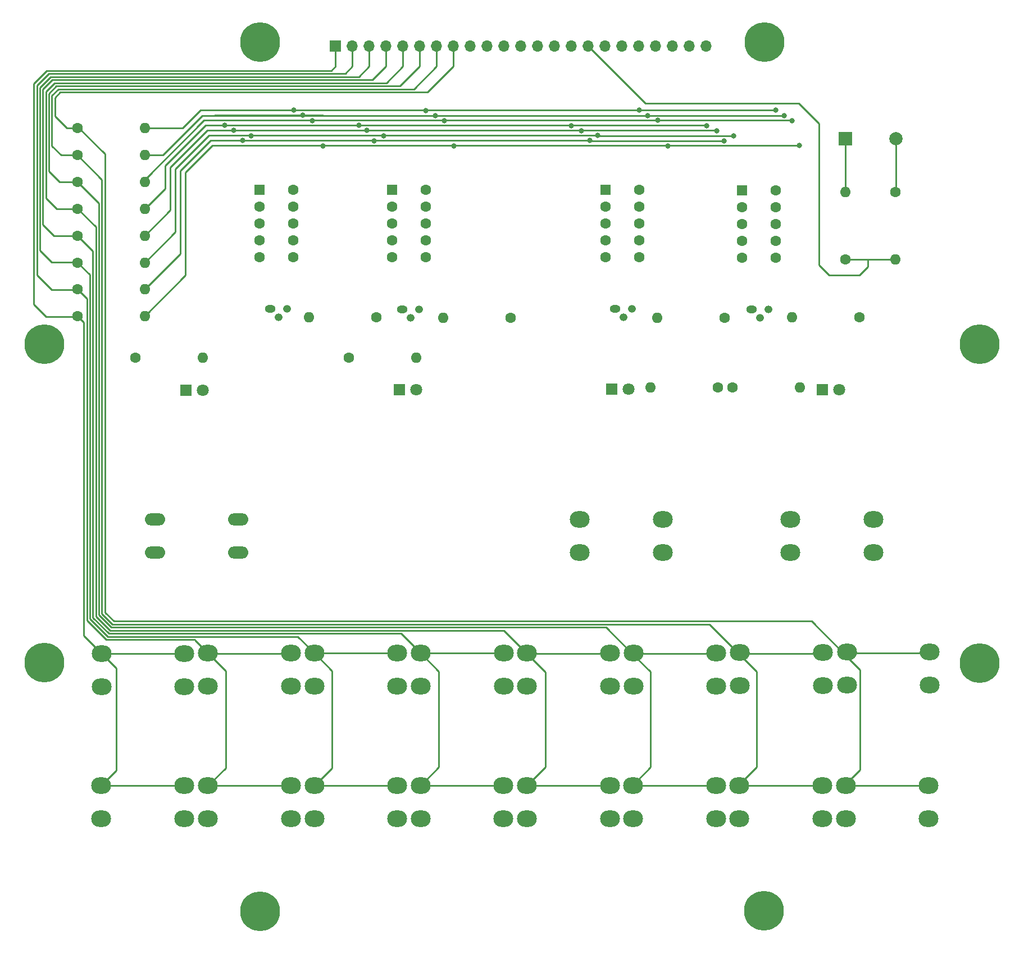
<source format=gtl>
%TF.GenerationSoftware,KiCad,Pcbnew,8.0.4*%
%TF.CreationDate,2024-08-02T14:16:06-07:00*%
%TF.ProjectId,CHESSmate PCB,43484553-536d-4617-9465-205043422e6b,rev?*%
%TF.SameCoordinates,Original*%
%TF.FileFunction,Copper,L1,Top*%
%TF.FilePolarity,Positive*%
%FSLAX46Y46*%
G04 Gerber Fmt 4.6, Leading zero omitted, Abs format (unit mm)*
G04 Created by KiCad (PCBNEW 8.0.4) date 2024-08-02 14:16:06*
%MOMM*%
%LPD*%
G01*
G04 APERTURE LIST*
%TA.AperFunction,ComponentPad*%
%ADD10R,1.600000X1.600000*%
%TD*%
%TA.AperFunction,ComponentPad*%
%ADD11C,1.600000*%
%TD*%
%TA.AperFunction,ComponentPad*%
%ADD12O,1.600000X1.200000*%
%TD*%
%TA.AperFunction,ComponentPad*%
%ADD13O,1.200000X1.200000*%
%TD*%
%TA.AperFunction,ComponentPad*%
%ADD14O,1.600000X1.600000*%
%TD*%
%TA.AperFunction,ComponentPad*%
%ADD15O,3.000000X2.500000*%
%TD*%
%TA.AperFunction,ComponentPad*%
%ADD16R,1.800000X1.800000*%
%TD*%
%TA.AperFunction,ComponentPad*%
%ADD17C,1.800000*%
%TD*%
%TA.AperFunction,ComponentPad*%
%ADD18O,1.700000X1.700000*%
%TD*%
%TA.AperFunction,ComponentPad*%
%ADD19R,1.700000X1.700000*%
%TD*%
%TA.AperFunction,ComponentPad*%
%ADD20O,3.048000X1.850000*%
%TD*%
%TA.AperFunction,ComponentPad*%
%ADD21R,2.000000X2.000000*%
%TD*%
%TA.AperFunction,ComponentPad*%
%ADD22C,2.000000*%
%TD*%
%TA.AperFunction,ViaPad*%
%ADD23C,6.000000*%
%TD*%
%TA.AperFunction,ViaPad*%
%ADD24C,0.800000*%
%TD*%
%TA.AperFunction,Conductor*%
%ADD25C,0.250000*%
%TD*%
G04 APERTURE END LIST*
D10*
%TO.P,U1,1,CA*%
%TO.N,Net-(Q1-C)*%
X78220000Y-51340000D03*
D11*
%TO.P,U1,2,F*%
%TO.N,Net-(U1-F)*%
X78220000Y-53880000D03*
%TO.P,U1,3,G*%
%TO.N,Net-(U1-G)*%
X78220000Y-56420000D03*
%TO.P,U1,4,E*%
%TO.N,Net-(U1-E)*%
X78220000Y-58960000D03*
%TO.P,U1,5,D*%
%TO.N,Net-(U1-D)*%
X78220000Y-61500000D03*
%TO.P,U1,6,CA*%
%TO.N,Net-(Q1-C)*%
X83300000Y-61500000D03*
%TO.P,U1,7,DP*%
%TO.N,Net-(U1-DP)*%
X83300000Y-58960000D03*
%TO.P,U1,8,C*%
%TO.N,Net-(U1-C)*%
X83300000Y-56420000D03*
%TO.P,U1,9,B*%
%TO.N,Net-(U1-B)*%
X83300000Y-53880000D03*
%TO.P,U1,10,A*%
%TO.N,Net-(U1-A)*%
X83300000Y-51340000D03*
%TD*%
D12*
%TO.P,Q4,1,E*%
%TO.N,GNDREF*%
X152404724Y-69364724D03*
D13*
%TO.P,Q4,2,B*%
%TO.N,Net-(Q4-B)*%
X153674724Y-70634724D03*
%TO.P,Q4,3,C*%
%TO.N,Net-(Q4-C)*%
X154944724Y-69364724D03*
%TD*%
D12*
%TO.P,Q3,1,E*%
%TO.N,GNDREF*%
X131820000Y-69340000D03*
D13*
%TO.P,Q3,2,B*%
%TO.N,Net-(Q3-B)*%
X133090000Y-70610000D03*
%TO.P,Q3,3,C*%
%TO.N,Net-(Q3-C)*%
X134360000Y-69340000D03*
%TD*%
D12*
%TO.P,Q2,1,E*%
%TO.N,GNDREF*%
X99730000Y-69360000D03*
D13*
%TO.P,Q2,2,B*%
%TO.N,Net-(Q2-B)*%
X101000000Y-70630000D03*
%TO.P,Q2,3,C*%
%TO.N,Net-(Q2-C)*%
X102270000Y-69360000D03*
%TD*%
D12*
%TO.P,Q1,1,E*%
%TO.N,GNDREF*%
X79804724Y-69284724D03*
D13*
%TO.P,Q1,2,B*%
%TO.N,Net-(Q1-B)*%
X81074724Y-70554724D03*
%TO.P,Q1,3,C*%
%TO.N,Net-(Q1-C)*%
X82344724Y-69284724D03*
%TD*%
D11*
%TO.P,R1,1*%
%TO.N,Net-(J1-Pin_13)*%
X59480000Y-76690000D03*
D14*
%TO.P,R1,2*%
%TO.N,Net-(D1-A)*%
X69640000Y-76690000D03*
%TD*%
D11*
%TO.P,R13,1*%
%TO.N,Net-(J1-Pin_17)*%
X95850000Y-70560000D03*
D14*
%TO.P,R13,2*%
%TO.N,Net-(Q1-B)*%
X85690000Y-70560000D03*
%TD*%
D10*
%TO.P,U2,1,CA*%
%TO.N,Net-(Q2-C)*%
X98210000Y-51350000D03*
D11*
%TO.P,U2,2,F*%
%TO.N,Net-(U1-F)*%
X98210000Y-53890000D03*
%TO.P,U2,3,G*%
%TO.N,Net-(U1-G)*%
X98210000Y-56430000D03*
%TO.P,U2,4,E*%
%TO.N,Net-(U1-E)*%
X98210000Y-58970000D03*
%TO.P,U2,5,D*%
%TO.N,Net-(U1-D)*%
X98210000Y-61510000D03*
%TO.P,U2,6,CA*%
%TO.N,Net-(Q2-C)*%
X103290000Y-61510000D03*
%TO.P,U2,7,DP*%
%TO.N,Net-(U1-DP)*%
X103290000Y-58970000D03*
%TO.P,U2,8,C*%
%TO.N,Net-(U1-C)*%
X103290000Y-56430000D03*
%TO.P,U2,9,B*%
%TO.N,Net-(U1-B)*%
X103290000Y-53890000D03*
%TO.P,U2,10,A*%
%TO.N,Net-(U1-A)*%
X103290000Y-51350000D03*
%TD*%
%TO.P,R4,1*%
%TO.N,Net-(J1-Pin_23)*%
X149480000Y-81170000D03*
D14*
%TO.P,R4,2*%
%TO.N,Net-(D4-A)*%
X159640000Y-81170000D03*
%TD*%
D11*
%TO.P,R11,1*%
%TO.N,Net-(J1-Pin_2)*%
X50780000Y-66370000D03*
D14*
%TO.P,R11,2*%
%TO.N,Net-(U1-G)*%
X60940000Y-66370000D03*
%TD*%
D15*
%TO.P,SW8,1*%
%TO.N,Net-(J1-Pin_8)*%
X166740000Y-121060000D03*
X179240000Y-121060000D03*
%TO.P,SW8,2*%
%TO.N,GNDREF*%
X166740000Y-126060000D03*
X179240000Y-126060000D03*
%TD*%
D11*
%TO.P,R18,1*%
%TO.N,Net-(BZ1-+)*%
X174060000Y-51720000D03*
D14*
%TO.P,R18,2*%
%TO.N,Net-(J1-Pin_16)*%
X174060000Y-61880000D03*
%TD*%
D16*
%TO.P,D3,1,K*%
%TO.N,GNDREF*%
X131260000Y-81440000D03*
D17*
%TO.P,D3,2,A*%
%TO.N,Net-(D3-A)*%
X133800000Y-81440000D03*
%TD*%
D11*
%TO.P,R5,1*%
%TO.N,Net-(J1-Pin_8)*%
X50780000Y-42070000D03*
D14*
%TO.P,R5,2*%
%TO.N,Net-(U1-A)*%
X60940000Y-42070000D03*
%TD*%
D11*
%TO.P,R10,1*%
%TO.N,Net-(J1-Pin_3)*%
X50780000Y-62320000D03*
D14*
%TO.P,R10,2*%
%TO.N,Net-(U1-F)*%
X60940000Y-62320000D03*
%TD*%
D11*
%TO.P,R12,1*%
%TO.N,Net-(J1-Pin_1)*%
X50780000Y-70420000D03*
D14*
%TO.P,R12,2*%
%TO.N,Net-(U1-DP)*%
X60940000Y-70420000D03*
%TD*%
D11*
%TO.P,R9,1*%
%TO.N,Net-(J1-Pin_4)*%
X50780000Y-58270000D03*
D14*
%TO.P,R9,2*%
%TO.N,Net-(U1-E)*%
X60940000Y-58270000D03*
%TD*%
D15*
%TO.P,SW3,1*%
%TO.N,Net-(J1-Pin_3)*%
X86480000Y-121240000D03*
X98980000Y-121240000D03*
%TO.P,SW3,2*%
%TO.N,GNDREF*%
X86480000Y-126240000D03*
X98980000Y-126240000D03*
%TD*%
D11*
%TO.P,R3,1*%
%TO.N,Net-(J1-Pin_15)*%
X147290000Y-81160000D03*
D14*
%TO.P,R3,2*%
%TO.N,Net-(D3-A)*%
X137130000Y-81160000D03*
%TD*%
D11*
%TO.P,R2,1*%
%TO.N,Net-(J1-Pin_14)*%
X91630000Y-76670000D03*
D14*
%TO.P,R2,2*%
%TO.N,Net-(D2-A)*%
X101790000Y-76670000D03*
%TD*%
D15*
%TO.P,SW2,1*%
%TO.N,Net-(J1-Pin_2)*%
X70440000Y-121240000D03*
X82940000Y-121240000D03*
%TO.P,SW2,2*%
%TO.N,GNDREF*%
X70440000Y-126240000D03*
X82940000Y-126240000D03*
%TD*%
D16*
%TO.P,D2,1,K*%
%TO.N,GNDREF*%
X99290000Y-81500000D03*
D17*
%TO.P,D2,2,A*%
%TO.N,Net-(D2-A)*%
X101830000Y-81500000D03*
%TD*%
D18*
%TO.P,J1,23,Pin_23*%
%TO.N,Net-(J1-Pin_23)*%
X145542000Y-29718000D03*
%TO.P,J1,22,Pin_22*%
%TO.N,Net-(BZ1-+)*%
X143002000Y-29718000D03*
%TO.P,J1,21,Pin_21*%
%TO.N,Net-(BZ1--)*%
X140462000Y-29718000D03*
%TO.P,J1,20,Pin_20*%
%TO.N,Net-(J1-Pin_20)*%
X137922000Y-29718000D03*
%TO.P,J1,19,Pin_19*%
%TO.N,Net-(J1-Pin_19)*%
X135382000Y-29718000D03*
%TO.P,J1,18,Pin_18*%
%TO.N,Net-(J1-Pin_18)*%
X132842000Y-29718000D03*
%TO.P,J1,17,Pin_17*%
%TO.N,Net-(J1-Pin_17)*%
X130302000Y-29718000D03*
%TO.P,J1,16,Pin_16*%
%TO.N,Net-(J1-Pin_16)*%
X127762000Y-29718000D03*
%TO.P,J1,15,Pin_15*%
%TO.N,Net-(J1-Pin_15)*%
X125222000Y-29718000D03*
%TO.P,J1,14,Pin_14*%
%TO.N,Net-(J1-Pin_14)*%
X122682000Y-29718000D03*
%TO.P,J1,13,Pin_13*%
%TO.N,Net-(J1-Pin_13)*%
X120142000Y-29718000D03*
%TO.P,J1,12,Pin_12*%
%TO.N,GNDREF*%
X117602000Y-29718000D03*
%TO.P,J1,11,Pin_11*%
%TO.N,Net-(J1-Pin_11)*%
X115062000Y-29718000D03*
%TO.P,J1,10,Pin_10*%
%TO.N,Net-(J1-Pin_10)*%
X112522000Y-29718000D03*
%TO.P,J1,9,Pin_9*%
%TO.N,Net-(J1-Pin_9)*%
X109982000Y-29718000D03*
%TO.P,J1,8,Pin_8*%
%TO.N,Net-(J1-Pin_8)*%
X107442000Y-29718000D03*
%TO.P,J1,7,Pin_7*%
%TO.N,Net-(J1-Pin_7)*%
X104902000Y-29718000D03*
%TO.P,J1,6,Pin_6*%
%TO.N,Net-(J1-Pin_6)*%
X102362000Y-29718000D03*
%TO.P,J1,5,Pin_5*%
%TO.N,Net-(J1-Pin_5)*%
X99822000Y-29718000D03*
%TO.P,J1,4,Pin_4*%
%TO.N,Net-(J1-Pin_4)*%
X97282000Y-29718000D03*
%TO.P,J1,3,Pin_3*%
%TO.N,Net-(J1-Pin_3)*%
X94742000Y-29718000D03*
%TO.P,J1,2,Pin_2*%
%TO.N,Net-(J1-Pin_2)*%
X92202000Y-29718000D03*
D19*
%TO.P,J1,1,Pin_1*%
%TO.N,Net-(J1-Pin_1)*%
X89662000Y-29718000D03*
%TD*%
D11*
%TO.P,R15,1*%
%TO.N,Net-(J1-Pin_19)*%
X148310000Y-70630000D03*
D14*
%TO.P,R15,2*%
%TO.N,Net-(Q3-B)*%
X138150000Y-70630000D03*
%TD*%
D15*
%TO.P,SW18,1*%
%TO.N,Net-(J1-Pin_10)*%
X126470000Y-101080000D03*
X138970000Y-101080000D03*
%TO.P,SW18,2*%
%TO.N,GNDREF*%
X126470000Y-106080000D03*
X138970000Y-106080000D03*
%TD*%
D20*
%TO.P,SW17,1*%
%TO.N,Net-(J1-Pin_11)*%
X62470000Y-101070000D03*
X74970000Y-101070000D03*
%TO.P,SW17,2*%
%TO.N,GNDREF*%
X62470000Y-106070000D03*
X74970000Y-106070000D03*
%TD*%
D15*
%TO.P,SW19,1*%
%TO.N,Net-(J1-Pin_9)*%
X158220000Y-101060000D03*
X170720000Y-101060000D03*
%TO.P,SW19,2*%
%TO.N,GNDREF*%
X158220000Y-106060000D03*
X170720000Y-106060000D03*
%TD*%
D16*
%TO.P,D1,1,K*%
%TO.N,GNDREF*%
X67100000Y-81540000D03*
D17*
%TO.P,D1,2,A*%
%TO.N,Net-(D1-A)*%
X69640000Y-81540000D03*
%TD*%
D11*
%TO.P,R14,1*%
%TO.N,Net-(J1-Pin_18)*%
X116060000Y-70640000D03*
D14*
%TO.P,R14,2*%
%TO.N,Net-(Q2-B)*%
X105900000Y-70640000D03*
%TD*%
D11*
%TO.P,R8,1*%
%TO.N,Net-(J1-Pin_5)*%
X50780000Y-54220000D03*
D14*
%TO.P,R8,2*%
%TO.N,Net-(U1-D)*%
X60940000Y-54220000D03*
%TD*%
D15*
%TO.P,SW6,1*%
%TO.N,Net-(J1-Pin_6)*%
X134550000Y-121200000D03*
X147050000Y-121200000D03*
%TO.P,SW6,2*%
%TO.N,GNDREF*%
X134550000Y-126200000D03*
X147050000Y-126200000D03*
%TD*%
D10*
%TO.P,U4,1,CA*%
%TO.N,Net-(Q4-C)*%
X150952500Y-51402500D03*
D11*
%TO.P,U4,2,F*%
%TO.N,Net-(U1-F)*%
X150952500Y-53942500D03*
%TO.P,U4,3,G*%
%TO.N,Net-(U1-G)*%
X150952500Y-56482500D03*
%TO.P,U4,4,E*%
%TO.N,Net-(U1-E)*%
X150952500Y-59022500D03*
%TO.P,U4,5,D*%
%TO.N,Net-(U1-D)*%
X150952500Y-61562500D03*
%TO.P,U4,6,CA*%
%TO.N,Net-(Q4-C)*%
X156032500Y-61562500D03*
%TO.P,U4,7,DP*%
%TO.N,Net-(U1-DP)*%
X156032500Y-59022500D03*
%TO.P,U4,8,C*%
%TO.N,Net-(U1-C)*%
X156032500Y-56482500D03*
%TO.P,U4,9,B*%
%TO.N,Net-(U1-B)*%
X156032500Y-53942500D03*
%TO.P,U4,10,A*%
%TO.N,Net-(U1-A)*%
X156032500Y-51402500D03*
%TD*%
%TO.P,R7,1*%
%TO.N,Net-(J1-Pin_6)*%
X50780000Y-50170000D03*
D14*
%TO.P,R7,2*%
%TO.N,Net-(U1-C)*%
X60940000Y-50170000D03*
%TD*%
D15*
%TO.P,SW9,1*%
%TO.N,Net-(J1-Pin_1)*%
X54340000Y-141190000D03*
X66840000Y-141190000D03*
%TO.P,SW9,2*%
%TO.N,GNDREF*%
X54340000Y-146190000D03*
X66840000Y-146190000D03*
%TD*%
%TO.P,SW12,1*%
%TO.N,Net-(J1-Pin_4)*%
X102470000Y-141170000D03*
X114970000Y-141170000D03*
%TO.P,SW12,2*%
%TO.N,GNDREF*%
X102470000Y-146170000D03*
X114970000Y-146170000D03*
%TD*%
D16*
%TO.P,D4,1,K*%
%TO.N,GNDREF*%
X163040000Y-81520000D03*
D17*
%TO.P,D4,2,A*%
%TO.N,Net-(D4-A)*%
X165580000Y-81520000D03*
%TD*%
D11*
%TO.P,R6,1*%
%TO.N,Net-(J1-Pin_7)*%
X50780000Y-46120000D03*
D14*
%TO.P,R6,2*%
%TO.N,Net-(U1-B)*%
X60940000Y-46120000D03*
%TD*%
D15*
%TO.P,SW13,1*%
%TO.N,Net-(J1-Pin_5)*%
X118510000Y-141180000D03*
X131010000Y-141180000D03*
%TO.P,SW13,2*%
%TO.N,GNDREF*%
X118510000Y-146180000D03*
X131010000Y-146180000D03*
%TD*%
%TO.P,SW14,1*%
%TO.N,Net-(J1-Pin_6)*%
X134520000Y-141180000D03*
X147020000Y-141180000D03*
%TO.P,SW14,2*%
%TO.N,GNDREF*%
X134520000Y-146180000D03*
X147020000Y-146180000D03*
%TD*%
%TO.P,SW16,1*%
%TO.N,Net-(J1-Pin_8)*%
X166560000Y-141190000D03*
X179060000Y-141190000D03*
%TO.P,SW16,2*%
%TO.N,GNDREF*%
X166560000Y-146190000D03*
X179060000Y-146190000D03*
%TD*%
D11*
%TO.P,R16,1*%
%TO.N,Net-(J1-Pin_20)*%
X168656000Y-70612000D03*
D14*
%TO.P,R16,2*%
%TO.N,Net-(Q4-B)*%
X158496000Y-70612000D03*
%TD*%
D15*
%TO.P,SW4,1*%
%TO.N,Net-(J1-Pin_4)*%
X102500000Y-121220000D03*
X115000000Y-121220000D03*
%TO.P,SW4,2*%
%TO.N,GNDREF*%
X102500000Y-126220000D03*
X115000000Y-126220000D03*
%TD*%
D21*
%TO.P,BZ1,1,-*%
%TO.N,Net-(BZ1--)*%
X166510000Y-43670000D03*
D22*
%TO.P,BZ1,2,+*%
%TO.N,Net-(BZ1-+)*%
X174110000Y-43670000D03*
%TD*%
D15*
%TO.P,SW1,1*%
%TO.N,Net-(J1-Pin_1)*%
X54380000Y-121270000D03*
X66880000Y-121270000D03*
%TO.P,SW1,2*%
%TO.N,GNDREF*%
X54380000Y-126270000D03*
X66880000Y-126270000D03*
%TD*%
%TO.P,SW5,1*%
%TO.N,Net-(J1-Pin_5)*%
X118510000Y-121220000D03*
X131010000Y-121220000D03*
%TO.P,SW5,2*%
%TO.N,GNDREF*%
X118510000Y-126220000D03*
X131010000Y-126220000D03*
%TD*%
D11*
%TO.P,R17,1*%
%TO.N,Net-(J1-Pin_16)*%
X166470000Y-61860000D03*
D14*
%TO.P,R17,2*%
%TO.N,Net-(BZ1--)*%
X166470000Y-51700000D03*
%TD*%
D15*
%TO.P,SW11,1*%
%TO.N,Net-(J1-Pin_3)*%
X86470000Y-141210000D03*
X98970000Y-141210000D03*
%TO.P,SW11,2*%
%TO.N,GNDREF*%
X86470000Y-146210000D03*
X98970000Y-146210000D03*
%TD*%
D10*
%TO.P,U3,1,CA*%
%TO.N,Net-(Q3-C)*%
X130370000Y-51340000D03*
D11*
%TO.P,U3,2,F*%
%TO.N,Net-(U1-F)*%
X130370000Y-53880000D03*
%TO.P,U3,3,G*%
%TO.N,Net-(U1-G)*%
X130370000Y-56420000D03*
%TO.P,U3,4,E*%
%TO.N,Net-(U1-E)*%
X130370000Y-58960000D03*
%TO.P,U3,5,D*%
%TO.N,Net-(U1-D)*%
X130370000Y-61500000D03*
%TO.P,U3,6,CA*%
%TO.N,Net-(Q3-C)*%
X135450000Y-61500000D03*
%TO.P,U3,7,DP*%
%TO.N,Net-(U1-DP)*%
X135450000Y-58960000D03*
%TO.P,U3,8,C*%
%TO.N,Net-(U1-C)*%
X135450000Y-56420000D03*
%TO.P,U3,9,B*%
%TO.N,Net-(U1-B)*%
X135450000Y-53880000D03*
%TO.P,U3,10,A*%
%TO.N,Net-(U1-A)*%
X135450000Y-51340000D03*
%TD*%
D15*
%TO.P,SW7,1*%
%TO.N,Net-(J1-Pin_7)*%
X150620000Y-121150000D03*
X163120000Y-121150000D03*
%TO.P,SW7,2*%
%TO.N,GNDREF*%
X150620000Y-126150000D03*
X163120000Y-126150000D03*
%TD*%
%TO.P,SW15,1*%
%TO.N,Net-(J1-Pin_7)*%
X150520000Y-141180000D03*
X163020000Y-141180000D03*
%TO.P,SW15,2*%
%TO.N,GNDREF*%
X150520000Y-146180000D03*
X163020000Y-146180000D03*
%TD*%
%TO.P,SW10,1*%
%TO.N,Net-(J1-Pin_2)*%
X70430000Y-141200000D03*
X82930000Y-141200000D03*
%TO.P,SW10,2*%
%TO.N,GNDREF*%
X70430000Y-146200000D03*
X82930000Y-146200000D03*
%TD*%
D23*
%TO.N,*%
X186770000Y-74630000D03*
X45760000Y-122630000D03*
X78310000Y-29130000D03*
X186720000Y-122690000D03*
X154280000Y-29110000D03*
X154260000Y-160100000D03*
X78300000Y-160160000D03*
X45790000Y-74630000D03*
D24*
%TO.N,Net-(U1-A)*%
X135450000Y-39370000D03*
X156020000Y-39370000D03*
X83330000Y-39360000D03*
X103300000Y-39390000D03*
%TO.N,Net-(U1-B)*%
X157260000Y-40160000D03*
X136730000Y-40140000D03*
X104660000Y-40150000D03*
X84720000Y-40130000D03*
%TO.N,Net-(U1-C)*%
X158450000Y-40910000D03*
X138210000Y-40890000D03*
X106020000Y-40920000D03*
X86170000Y-40900000D03*
%TO.N,Net-(U1-D)*%
X145630000Y-41690000D03*
X93170000Y-41660000D03*
X125220000Y-41670000D03*
X72910000Y-41630000D03*
%TO.N,Net-(U1-E)*%
X126700000Y-42450000D03*
X94370000Y-42410000D03*
X147140000Y-42450000D03*
X74300000Y-42420000D03*
%TO.N,Net-(U1-F)*%
X129130000Y-43180000D03*
X96940000Y-43200000D03*
X149650000Y-43200000D03*
X76970000Y-43190000D03*
%TO.N,Net-(U1-G)*%
X148250000Y-43970000D03*
X95490000Y-43960000D03*
X127960000Y-43940000D03*
X75670000Y-43940000D03*
%TO.N,Net-(U1-DP)*%
X107470000Y-44710000D03*
X159600000Y-44690000D03*
X139730000Y-44720000D03*
X87760000Y-44730000D03*
%TD*%
D25*
%TO.N,Net-(U1-A)*%
X83340000Y-39370000D02*
X103280000Y-39370000D01*
X103300000Y-39390000D02*
X103320000Y-39370000D01*
X60940000Y-42070000D02*
X66642000Y-42070000D01*
X103280000Y-39370000D02*
X103300000Y-39390000D01*
X103320000Y-39370000D02*
X156020000Y-39370000D01*
X66642000Y-42070000D02*
X69342000Y-39370000D01*
X83330000Y-39360000D02*
X83340000Y-39370000D01*
X83320000Y-39370000D02*
X83330000Y-39360000D01*
X69342000Y-39370000D02*
X83320000Y-39370000D01*
%TO.N,Net-(U1-B)*%
X84705848Y-40115848D02*
X71452010Y-40115848D01*
X63608000Y-46120000D02*
X69568000Y-40160000D01*
X87766010Y-40115848D02*
X84734152Y-40115848D01*
X104650000Y-40160000D02*
X104660000Y-40150000D01*
X87778010Y-40115848D02*
X87772010Y-40121848D01*
X84720000Y-40130000D02*
X84705848Y-40115848D01*
X104660000Y-40150000D02*
X104670000Y-40160000D01*
X69568000Y-40160000D02*
X104650000Y-40160000D01*
X60940000Y-46120000D02*
X63608000Y-46120000D01*
X87772010Y-40121848D02*
X87766010Y-40115848D01*
X104670000Y-40160000D02*
X157260000Y-40160000D01*
X84734152Y-40115848D02*
X84720000Y-40130000D01*
%TO.N,Net-(U1-C)*%
X60940000Y-49804000D02*
X60940000Y-50170000D01*
X138206000Y-40894000D02*
X86176000Y-40894000D01*
X138214000Y-40894000D02*
X158434000Y-40894000D01*
X158434000Y-40894000D02*
X158450000Y-40910000D01*
X138210000Y-40890000D02*
X138206000Y-40894000D01*
X86164000Y-40894000D02*
X86170000Y-40900000D01*
X69850000Y-40894000D02*
X60940000Y-49804000D01*
X69850000Y-40894000D02*
X86164000Y-40894000D01*
X138210000Y-40890000D02*
X138214000Y-40894000D01*
%TO.N,Net-(U1-D)*%
X64008000Y-47752000D02*
X70104000Y-41656000D01*
X145600000Y-41660000D02*
X145630000Y-41690000D01*
X93170000Y-41660000D02*
X145600000Y-41660000D01*
X70104000Y-41656000D02*
X93166000Y-41656000D01*
X93166000Y-41656000D02*
X93170000Y-41660000D01*
X60940000Y-54220000D02*
X64008000Y-51152000D01*
X64008000Y-51152000D02*
X64008000Y-47752000D01*
%TO.N,Net-(U1-E)*%
X94362000Y-42418000D02*
X94370000Y-42410000D01*
X74298000Y-42418000D02*
X74300000Y-42420000D01*
X74300000Y-42420000D02*
X74302000Y-42418000D01*
X74302000Y-42418000D02*
X94362000Y-42418000D01*
X94378000Y-42418000D02*
X147108000Y-42418000D01*
X64770000Y-48006000D02*
X70358000Y-42418000D01*
X60940000Y-58270000D02*
X64770000Y-54440000D01*
X147108000Y-42418000D02*
X147140000Y-42450000D01*
X64770000Y-54440000D02*
X64770000Y-48006000D01*
X94370000Y-42410000D02*
X94378000Y-42418000D01*
X70358000Y-42418000D02*
X74298000Y-42418000D01*
%TO.N,Net-(U1-F)*%
X65532000Y-48260000D02*
X70612000Y-43180000D01*
X70612000Y-43180000D02*
X76960000Y-43180000D01*
X65532000Y-57728000D02*
X65532000Y-48260000D01*
X129150000Y-43200000D02*
X149650000Y-43200000D01*
X60940000Y-62320000D02*
X65532000Y-57728000D01*
X76970000Y-43190000D02*
X76980000Y-43180000D01*
X76960000Y-43180000D02*
X76970000Y-43190000D01*
X76980000Y-43180000D02*
X129130000Y-43180000D01*
X129130000Y-43180000D02*
X129150000Y-43200000D01*
%TO.N,Net-(U1-G)*%
X75668000Y-43942000D02*
X75670000Y-43940000D01*
X66294000Y-48514000D02*
X70866000Y-43942000D01*
X127960000Y-43940000D02*
X127990000Y-43970000D01*
X60940000Y-66370000D02*
X66294000Y-61016000D01*
X75670000Y-43940000D02*
X75672000Y-43942000D01*
X70866000Y-43942000D02*
X75668000Y-43942000D01*
X127990000Y-43970000D02*
X148250000Y-43970000D01*
X75672000Y-43942000D02*
X127958000Y-43942000D01*
X66294000Y-61016000D02*
X66294000Y-48514000D01*
X127958000Y-43942000D02*
X127960000Y-43940000D01*
%TO.N,Net-(U1-DP)*%
X67056000Y-64262000D02*
X67056000Y-48768000D01*
X60940000Y-70420000D02*
X60940000Y-70378000D01*
X107464000Y-44704000D02*
X107470000Y-44710000D01*
X60940000Y-70378000D02*
X67056000Y-64262000D01*
X107470000Y-44710000D02*
X107476000Y-44704000D01*
X71120000Y-44704000D02*
X107464000Y-44704000D01*
X67056000Y-48768000D02*
X71120000Y-44704000D01*
X159586000Y-44704000D02*
X159600000Y-44690000D01*
X107476000Y-44704000D02*
X159586000Y-44704000D01*
%TO.N,Net-(BZ1--)*%
X166470000Y-43710000D02*
X166470000Y-51700000D01*
X166510000Y-43670000D02*
X166470000Y-43710000D01*
%TO.N,Net-(BZ1-+)*%
X174110000Y-51670000D02*
X174060000Y-51720000D01*
X174110000Y-43670000D02*
X174110000Y-51670000D01*
%TO.N,Net-(J1-Pin_1)*%
X50740000Y-70460000D02*
X45988000Y-70460000D01*
X44158000Y-35344000D02*
X46122000Y-33380000D01*
X44158000Y-68630000D02*
X44158000Y-35344000D01*
X46122000Y-33380000D02*
X89040000Y-33380000D01*
X50730000Y-70470000D02*
X50780000Y-70420000D01*
X54340000Y-141190000D02*
X66840000Y-141190000D01*
X51720000Y-71360000D02*
X51720000Y-118610000D01*
X56630000Y-138900000D02*
X54340000Y-141190000D01*
X89040000Y-33380000D02*
X89662000Y-32758000D01*
X50780000Y-70420000D02*
X50740000Y-70460000D01*
X51720000Y-118610000D02*
X54380000Y-121270000D01*
X89662000Y-32758000D02*
X89662000Y-29718000D01*
X54380000Y-121270000D02*
X66880000Y-121270000D01*
X54380000Y-121270000D02*
X56630000Y-123520000D01*
X56630000Y-123520000D02*
X56630000Y-138900000D01*
X50780000Y-70420000D02*
X51720000Y-71360000D01*
X45988000Y-70460000D02*
X44158000Y-68630000D01*
%TO.N,Net-(J1-Pin_2)*%
X68440000Y-119180000D02*
X68440000Y-119230000D01*
X70470000Y-121250000D02*
X70470000Y-121260000D01*
X44648000Y-64210000D02*
X44648000Y-35616000D01*
X55090000Y-119180000D02*
X68440000Y-119180000D01*
X52180000Y-67770000D02*
X52180000Y-116270000D01*
X46838000Y-66400000D02*
X44648000Y-64210000D01*
X52180000Y-116270000D02*
X55090000Y-119180000D01*
X70470000Y-121260000D02*
X82970000Y-121260000D01*
X50780000Y-66370000D02*
X50750000Y-66400000D01*
X44648000Y-35616000D02*
X46434000Y-33830000D01*
X50780000Y-66370000D02*
X52180000Y-67770000D01*
X68440000Y-119230000D02*
X70470000Y-121260000D01*
X92202000Y-32758000D02*
X92202000Y-29718000D01*
X50740000Y-66410000D02*
X50780000Y-66370000D01*
X46434000Y-33830000D02*
X91130000Y-33830000D01*
X73090000Y-123880000D02*
X73090000Y-138540000D01*
X70470000Y-121260000D02*
X73090000Y-123880000D01*
X50750000Y-66400000D02*
X46838000Y-66400000D01*
X91130000Y-33830000D02*
X92202000Y-32758000D01*
X70430000Y-141200000D02*
X82930000Y-141200000D01*
X73090000Y-138540000D02*
X70430000Y-141200000D01*
%TO.N,Net-(J1-Pin_3)*%
X86480000Y-121240000D02*
X98980000Y-121240000D01*
X45098000Y-60500000D02*
X45098000Y-35928000D01*
X52640000Y-116050000D02*
X55320000Y-118730000D01*
X93160000Y-34340000D02*
X94742000Y-32758000D01*
X46908000Y-62310000D02*
X45098000Y-60500000D01*
X45098000Y-35928000D02*
X46686000Y-34340000D01*
X52640000Y-64180000D02*
X52640000Y-116050000D01*
X50780000Y-62320000D02*
X52640000Y-64180000D01*
X86470000Y-141210000D02*
X98970000Y-141210000D01*
X55320000Y-118730000D02*
X83970000Y-118730000D01*
X89150000Y-123910000D02*
X89150000Y-138530000D01*
X94742000Y-32758000D02*
X94742000Y-29718000D01*
X50770000Y-62310000D02*
X46908000Y-62310000D01*
X46686000Y-34340000D02*
X93160000Y-34340000D01*
X89150000Y-138530000D02*
X86470000Y-141210000D01*
X50780000Y-62320000D02*
X50770000Y-62310000D01*
X86480000Y-121240000D02*
X89150000Y-123910000D01*
X83970000Y-118730000D02*
X86480000Y-121240000D01*
%TO.N,Net-(J1-Pin_4)*%
X105220000Y-138420000D02*
X102470000Y-141170000D01*
X47178000Y-58260000D02*
X45548000Y-56630000D01*
X50780000Y-58270000D02*
X53090000Y-60580000D01*
X45548000Y-56630000D02*
X45548000Y-36240000D01*
X102470000Y-141170000D02*
X114970000Y-141170000D01*
X105220000Y-123990000D02*
X105220000Y-138420000D01*
X97282000Y-32758000D02*
X97282000Y-29718000D01*
X95240000Y-34800000D02*
X97282000Y-32758000D01*
X50780000Y-58270000D02*
X50770000Y-58260000D01*
X99510000Y-118280000D02*
X102470000Y-121240000D01*
X53090000Y-115860000D02*
X55510000Y-118280000D01*
X46988000Y-34800000D02*
X95240000Y-34800000D01*
X53090000Y-60580000D02*
X53090000Y-115860000D01*
X50770000Y-58260000D02*
X47178000Y-58260000D01*
X102470000Y-121240000D02*
X105220000Y-123990000D01*
X55510000Y-118280000D02*
X99510000Y-118280000D01*
X45548000Y-36240000D02*
X46988000Y-34800000D01*
X102470000Y-121240000D02*
X114970000Y-121240000D01*
%TO.N,Net-(J1-Pin_5)*%
X53540000Y-115670000D02*
X55660000Y-117790000D01*
X121290000Y-124080000D02*
X121290000Y-138400000D01*
X46006198Y-52638198D02*
X46006198Y-36543802D01*
X47608000Y-54240000D02*
X46006198Y-52638198D01*
X53540000Y-56980000D02*
X53540000Y-115670000D01*
X50760000Y-54240000D02*
X47608000Y-54240000D01*
X99822000Y-32758000D02*
X99822000Y-29718000D01*
X118510000Y-141180000D02*
X131010000Y-141180000D01*
X50780000Y-54220000D02*
X50760000Y-54240000D01*
X121290000Y-138400000D02*
X118510000Y-141180000D01*
X50780000Y-54220000D02*
X53540000Y-56980000D01*
X46006198Y-36543802D02*
X47280000Y-35270000D01*
X47280000Y-35270000D02*
X97310000Y-35270000D01*
X50750000Y-54250000D02*
X50780000Y-54220000D01*
X97310000Y-35270000D02*
X99822000Y-32758000D01*
X55660000Y-117790000D02*
X115000000Y-117790000D01*
X118460000Y-121250000D02*
X121290000Y-124080000D01*
X115000000Y-117790000D02*
X118460000Y-121250000D01*
X118460000Y-121250000D02*
X130960000Y-121250000D01*
%TO.N,Net-(J1-Pin_6)*%
X137150000Y-124040000D02*
X137150000Y-138410000D01*
X134380000Y-141180000D02*
X146880000Y-141180000D01*
X46456198Y-36855802D02*
X47592000Y-35720000D01*
X134370000Y-121260000D02*
X137150000Y-124040000D01*
X47592000Y-35720000D02*
X99400000Y-35720000D01*
X137150000Y-138410000D02*
X134380000Y-141180000D01*
X53990000Y-53380000D02*
X53990000Y-115480000D01*
X102362000Y-32758000D02*
X102362000Y-29718000D01*
X99400000Y-35720000D02*
X102362000Y-32758000D01*
X46456198Y-48568198D02*
X46456198Y-36855802D01*
X55840000Y-117330000D02*
X130440000Y-117330000D01*
X50780000Y-50170000D02*
X48058000Y-50170000D01*
X53990000Y-115480000D02*
X55840000Y-117330000D01*
X50780000Y-50170000D02*
X53990000Y-53380000D01*
X48058000Y-50170000D02*
X46456198Y-48568198D01*
X130440000Y-117330000D02*
X134370000Y-121260000D01*
X134370000Y-121260000D02*
X146870000Y-121260000D01*
%TO.N,Net-(J1-Pin_7)*%
X46906198Y-37167802D02*
X47864000Y-36210000D01*
X150380000Y-121260000D02*
X153120000Y-124000000D01*
X54450000Y-115270000D02*
X56050000Y-116870000D01*
X54450000Y-49790000D02*
X54450000Y-115270000D01*
X145990000Y-116870000D02*
X150380000Y-121260000D01*
X153120000Y-138430000D02*
X150360000Y-141190000D01*
X153120000Y-124000000D02*
X153120000Y-138430000D01*
X150360000Y-141190000D02*
X162860000Y-141190000D01*
X104902000Y-32758000D02*
X104902000Y-29718000D01*
X101450000Y-36210000D02*
X104902000Y-32758000D01*
X150380000Y-121260000D02*
X162880000Y-121260000D01*
X47864000Y-36210000D02*
X101450000Y-36210000D01*
X46906198Y-44758198D02*
X46906198Y-37167802D01*
X48278000Y-46130000D02*
X46906198Y-44758198D01*
X56050000Y-116870000D02*
X145990000Y-116870000D01*
X50770000Y-46130000D02*
X48278000Y-46130000D01*
X50780000Y-46120000D02*
X54450000Y-49790000D01*
X50780000Y-46120000D02*
X50770000Y-46130000D01*
%TO.N,Net-(J1-Pin_8)*%
X166380000Y-141190000D02*
X178880000Y-141190000D01*
X168740000Y-123770000D02*
X168740000Y-138830000D01*
X161390000Y-116420000D02*
X166200000Y-121230000D01*
X50780000Y-42070000D02*
X50780000Y-41840000D01*
X103540000Y-36660000D02*
X107442000Y-32758000D01*
X47356198Y-37485802D02*
X48182000Y-36660000D01*
X107442000Y-32758000D02*
X107442000Y-29718000D01*
X54910000Y-115090000D02*
X56240000Y-116420000D01*
X50780000Y-41840000D02*
X54910000Y-45970000D01*
X166200000Y-121230000D02*
X168740000Y-123770000D01*
X56240000Y-116420000D02*
X161390000Y-116420000D01*
X166200000Y-121230000D02*
X178700000Y-121230000D01*
X48182000Y-36660000D02*
X103540000Y-36660000D01*
X168740000Y-138830000D02*
X166380000Y-141190000D01*
X50780000Y-42070000D02*
X50770000Y-42060000D01*
X54910000Y-45970000D02*
X54910000Y-115090000D01*
X47356198Y-40258198D02*
X47356198Y-37485802D01*
X49158000Y-42060000D02*
X47356198Y-40258198D01*
X50770000Y-42060000D02*
X49158000Y-42060000D01*
%TO.N,Net-(J1-Pin_16)*%
X169926000Y-61880000D02*
X174060000Y-61880000D01*
X164084000Y-64262000D02*
X162560000Y-62738000D01*
X162560000Y-62738000D02*
X162560000Y-41402000D01*
X169926000Y-61880000D02*
X169926000Y-62992000D01*
X159512000Y-38354000D02*
X136398000Y-38354000D01*
X169926000Y-62992000D02*
X168656000Y-64262000D01*
X136398000Y-38354000D02*
X127762000Y-29718000D01*
X168656000Y-64262000D02*
X164084000Y-64262000D01*
X166490000Y-61880000D02*
X169926000Y-61880000D01*
X166470000Y-61860000D02*
X166490000Y-61880000D01*
X162560000Y-41402000D02*
X159512000Y-38354000D01*
%TD*%
M02*

</source>
